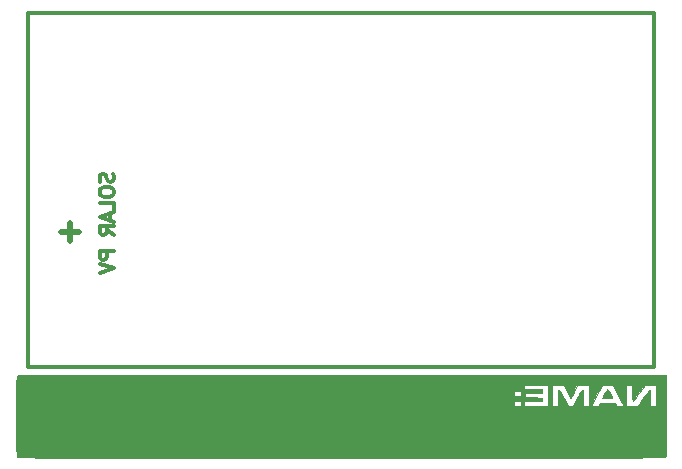
<source format=gbr>
G04 #@! TF.GenerationSoftware,KiCad,Pcbnew,(5.1.0)-1*
G04 #@! TF.CreationDate,2020-04-16T11:46:00+01:00*
G04 #@! TF.ProjectId,SolarSoilSensor,536f6c61-7253-46f6-996c-53656e736f72,rev?*
G04 #@! TF.SameCoordinates,PX5faea10PY77e7cd0*
G04 #@! TF.FileFunction,Legend,Bot*
G04 #@! TF.FilePolarity,Positive*
%FSLAX46Y46*%
G04 Gerber Fmt 4.6, Leading zero omitted, Abs format (unit mm)*
G04 Created by KiCad (PCBNEW (5.1.0)-1) date 2020-04-16 11:46:00*
%MOMM*%
%LPD*%
G04 APERTURE LIST*
%ADD10C,0.300000*%
%ADD11C,0.010000*%
%ADD12C,0.500000*%
G04 APERTURE END LIST*
D10*
X59015000Y39370000D02*
X59015000Y9370000D01*
X6015000Y39370000D02*
X6015000Y9370000D01*
X6015000Y39370000D02*
X59015000Y39370000D01*
X59015000Y9370000D02*
X6015000Y9370000D01*
D11*
G36*
X55085863Y7452348D02*
G01*
X55173728Y7334701D01*
X55276750Y7157208D01*
X55356949Y7003223D01*
X55418739Y6875387D01*
X55452832Y6793333D01*
X55456667Y6776802D01*
X55415117Y6753251D01*
X55292874Y6737945D01*
X55093546Y6731273D01*
X55033334Y6731000D01*
X54830851Y6735148D01*
X54688640Y6746903D01*
X54616785Y6765236D01*
X54610000Y6774273D01*
X54627988Y6829374D01*
X54676072Y6939884D01*
X54745435Y7086017D01*
X54779806Y7155273D01*
X54883624Y7345513D01*
X54964571Y7457094D01*
X55023223Y7492406D01*
X55085863Y7452348D01*
X55085863Y7452348D01*
G37*
X55085863Y7452348D02*
X55173728Y7334701D01*
X55276750Y7157208D01*
X55356949Y7003223D01*
X55418739Y6875387D01*
X55452832Y6793333D01*
X55456667Y6776802D01*
X55415117Y6753251D01*
X55292874Y6737945D01*
X55093546Y6731273D01*
X55033334Y6731000D01*
X54830851Y6735148D01*
X54688640Y6746903D01*
X54616785Y6765236D01*
X54610000Y6774273D01*
X54627988Y6829374D01*
X54676072Y6939884D01*
X54745435Y7086017D01*
X54779806Y7155273D01*
X54883624Y7345513D01*
X54964571Y7457094D01*
X55023223Y7492406D01*
X55085863Y7452348D01*
G36*
X60018813Y5267079D02*
G01*
X60016729Y4645822D01*
X60014720Y4103728D01*
X60012639Y3635293D01*
X60010341Y3235013D01*
X60007679Y2897383D01*
X60004507Y2616900D01*
X60000677Y2388061D01*
X59996044Y2205361D01*
X59990461Y2063296D01*
X59983782Y1956362D01*
X59975860Y1879057D01*
X59966549Y1825875D01*
X59955702Y1791313D01*
X59943173Y1769867D01*
X59928816Y1756033D01*
X59925326Y1753412D01*
X59911328Y1749355D01*
X59879463Y1745480D01*
X59827895Y1741784D01*
X59754789Y1738261D01*
X59658311Y1734908D01*
X59536626Y1731722D01*
X59387899Y1728697D01*
X59210296Y1725830D01*
X59001981Y1723117D01*
X58761120Y1720554D01*
X58485878Y1718137D01*
X58174420Y1715862D01*
X57824912Y1713724D01*
X57435519Y1711721D01*
X57004406Y1709847D01*
X56529737Y1708099D01*
X56009679Y1706473D01*
X55442397Y1704965D01*
X54826056Y1703570D01*
X54158821Y1702285D01*
X53438856Y1701106D01*
X52664329Y1700028D01*
X51833403Y1699048D01*
X50944244Y1698162D01*
X49995018Y1697366D01*
X48983888Y1696655D01*
X47909022Y1696025D01*
X46768583Y1695474D01*
X45560737Y1694996D01*
X44283649Y1694587D01*
X42935486Y1694244D01*
X41514410Y1693962D01*
X40018589Y1693738D01*
X38446187Y1693568D01*
X36795369Y1693446D01*
X35064301Y1693371D01*
X33251148Y1693337D01*
X32489303Y1693333D01*
X30666282Y1693339D01*
X28926003Y1693358D01*
X27266540Y1693396D01*
X25685971Y1693460D01*
X24182370Y1693553D01*
X22753812Y1693682D01*
X21398373Y1693853D01*
X20114128Y1694070D01*
X18899153Y1694339D01*
X17751523Y1694665D01*
X16669313Y1695054D01*
X15650599Y1695511D01*
X14693455Y1696043D01*
X13795958Y1696653D01*
X12956183Y1697348D01*
X12172205Y1698133D01*
X11442099Y1699013D01*
X10763941Y1699994D01*
X10135807Y1701082D01*
X9555770Y1702281D01*
X9021908Y1703598D01*
X8532295Y1705037D01*
X8085006Y1706604D01*
X7678118Y1708304D01*
X7309705Y1710144D01*
X6977842Y1712128D01*
X6680606Y1714262D01*
X6416071Y1716550D01*
X6182313Y1719000D01*
X5977407Y1721616D01*
X5799428Y1724403D01*
X5646452Y1727367D01*
X5516555Y1730513D01*
X5407811Y1733847D01*
X5318296Y1737375D01*
X5246085Y1741101D01*
X5189254Y1745031D01*
X5145878Y1749171D01*
X5114033Y1753526D01*
X5091793Y1758101D01*
X5077234Y1762902D01*
X5068432Y1767935D01*
X5065395Y1770750D01*
X5052572Y1790300D01*
X5041402Y1822395D01*
X5031774Y1872575D01*
X5023574Y1946381D01*
X5016690Y2049352D01*
X5011008Y2187028D01*
X5006417Y2364951D01*
X5002803Y2588660D01*
X5000054Y2863695D01*
X4998057Y3195598D01*
X4996699Y3589907D01*
X4995867Y4052163D01*
X4995450Y4587907D01*
X4995334Y5202679D01*
X4995334Y5214356D01*
X4995405Y5827951D01*
X4995704Y6362462D01*
X4995926Y6519333D01*
X47159334Y6519333D01*
X47159334Y6053667D01*
X47709667Y6053667D01*
X47709667Y6477000D01*
X47963667Y6477000D01*
X47963667Y6053667D01*
X50038000Y6053667D01*
X50334334Y6053667D01*
X50842334Y6053667D01*
X50842334Y6752167D01*
X50843008Y7010937D01*
X50845877Y7196902D01*
X50852208Y7321915D01*
X50863268Y7397833D01*
X50880324Y7436510D01*
X50904645Y7449802D01*
X50917012Y7450667D01*
X50958107Y7426181D01*
X51018067Y7348574D01*
X51100662Y7211626D01*
X51209659Y7009115D01*
X51340181Y6752167D01*
X51688671Y6053667D01*
X52134691Y6053667D01*
X52483181Y6752167D01*
X52619495Y7018463D01*
X52732951Y7225741D01*
X52820395Y7368654D01*
X52878673Y7441859D01*
X52895336Y7450667D01*
X52919229Y7439683D01*
X52936436Y7399204D01*
X52947986Y7317935D01*
X52954909Y7184585D01*
X52958234Y6987859D01*
X52959000Y6752167D01*
X52959000Y6053667D01*
X53509334Y6053667D01*
X53629948Y6053667D01*
X54230370Y6053667D01*
X54301026Y6201833D01*
X54371681Y6350000D01*
X55694986Y6350000D01*
X55765641Y6201833D01*
X55836297Y6053667D01*
X56431938Y6053667D01*
X56132731Y6614583D01*
X56008491Y6848796D01*
X55880899Y7091553D01*
X55763607Y7316747D01*
X55670265Y7498269D01*
X55656828Y7524750D01*
X55480132Y7874000D01*
X56642000Y7874000D01*
X56642000Y6053667D01*
X57118250Y6055104D01*
X57594500Y6056540D01*
X58080253Y6753604D01*
X58230787Y6965924D01*
X58367767Y7152179D01*
X58483058Y7301861D01*
X58568526Y7404466D01*
X58616036Y7449488D01*
X58620003Y7450667D01*
X58640969Y7431117D01*
X58656121Y7366197D01*
X58666185Y7246505D01*
X58671888Y7062635D01*
X58673957Y6805185D01*
X58674000Y6752167D01*
X58674000Y6053667D01*
X59182000Y6053667D01*
X59182000Y7874000D01*
X58216941Y7874000D01*
X57734012Y7188820D01*
X57583289Y6977634D01*
X57446611Y6791133D01*
X57332224Y6640166D01*
X57248372Y6535585D01*
X57203303Y6488240D01*
X57200542Y6486792D01*
X57180768Y6502785D01*
X57166419Y6571244D01*
X57156904Y6700204D01*
X57151628Y6897700D01*
X57150000Y7171767D01*
X57150000Y7874000D01*
X56642000Y7874000D01*
X55480132Y7874000D01*
X54588834Y7873166D01*
X54393336Y7503166D01*
X54296694Y7320082D01*
X54175704Y7090603D01*
X54045408Y6843275D01*
X53920853Y6606646D01*
X53913893Y6593417D01*
X53629948Y6053667D01*
X53509334Y6053667D01*
X53509334Y7874000D01*
X52990750Y7872931D01*
X52472167Y7871862D01*
X52212678Y7299098D01*
X52119424Y7097607D01*
X52036261Y6926012D01*
X51970147Y6798058D01*
X51928037Y6727492D01*
X51918632Y6718084D01*
X51889668Y6751440D01*
X51832928Y6848807D01*
X51755445Y6997019D01*
X51664250Y7182907D01*
X51617819Y7281333D01*
X51351562Y7852833D01*
X50842948Y7864720D01*
X50334334Y7876606D01*
X50334334Y6053667D01*
X50038000Y6053667D01*
X50038000Y7874000D01*
X48006000Y7874000D01*
X48006000Y7493000D01*
X49530000Y7493000D01*
X49530000Y7196667D01*
X48090667Y7196667D01*
X48090667Y6817714D01*
X48799750Y6806107D01*
X49508834Y6794500D01*
X49521972Y6635750D01*
X49535111Y6477000D01*
X47963667Y6477000D01*
X47709667Y6477000D01*
X47709667Y6519333D01*
X47159334Y6519333D01*
X4995926Y6519333D01*
X4996357Y6823472D01*
X4997488Y7216565D01*
X4998272Y7366000D01*
X47159334Y7366000D01*
X47159334Y6900333D01*
X47709667Y6900333D01*
X47709667Y7366000D01*
X47159334Y7366000D01*
X4998272Y7366000D01*
X4999224Y7547323D01*
X5001690Y7821329D01*
X5005012Y8044166D01*
X5009317Y8221417D01*
X5014729Y8358665D01*
X5021375Y8461492D01*
X5029381Y8535482D01*
X5038871Y8586218D01*
X5049973Y8619283D01*
X5062811Y8640259D01*
X5072750Y8650606D01*
X5081773Y8655280D01*
X5099548Y8659742D01*
X5127980Y8663998D01*
X5168978Y8668052D01*
X5224448Y8671910D01*
X5296296Y8675576D01*
X5386431Y8679054D01*
X5496758Y8682350D01*
X5629185Y8685469D01*
X5785618Y8688415D01*
X5967966Y8691194D01*
X6178133Y8693810D01*
X6418028Y8696268D01*
X6689557Y8698573D01*
X6994627Y8700729D01*
X7335146Y8702742D01*
X7713019Y8704617D01*
X8130155Y8706358D01*
X8588459Y8707970D01*
X9089839Y8709458D01*
X9636202Y8710827D01*
X10229454Y8712081D01*
X10871503Y8713227D01*
X11564255Y8714267D01*
X12309618Y8715208D01*
X13109498Y8716054D01*
X13965802Y8716811D01*
X14880437Y8717482D01*
X15855311Y8718072D01*
X16892329Y8718588D01*
X17993399Y8719032D01*
X19160429Y8719411D01*
X20395323Y8719730D01*
X21699991Y8719992D01*
X23076338Y8720203D01*
X24526271Y8720367D01*
X26051698Y8720491D01*
X27654525Y8720577D01*
X29336659Y8720632D01*
X31100008Y8720660D01*
X32590146Y8720667D01*
X60030126Y8720667D01*
X60018813Y5267079D01*
X60018813Y5267079D01*
G37*
X60018813Y5267079D02*
X60016729Y4645822D01*
X60014720Y4103728D01*
X60012639Y3635293D01*
X60010341Y3235013D01*
X60007679Y2897383D01*
X60004507Y2616900D01*
X60000677Y2388061D01*
X59996044Y2205361D01*
X59990461Y2063296D01*
X59983782Y1956362D01*
X59975860Y1879057D01*
X59966549Y1825875D01*
X59955702Y1791313D01*
X59943173Y1769867D01*
X59928816Y1756033D01*
X59925326Y1753412D01*
X59911328Y1749355D01*
X59879463Y1745480D01*
X59827895Y1741784D01*
X59754789Y1738261D01*
X59658311Y1734908D01*
X59536626Y1731722D01*
X59387899Y1728697D01*
X59210296Y1725830D01*
X59001981Y1723117D01*
X58761120Y1720554D01*
X58485878Y1718137D01*
X58174420Y1715862D01*
X57824912Y1713724D01*
X57435519Y1711721D01*
X57004406Y1709847D01*
X56529737Y1708099D01*
X56009679Y1706473D01*
X55442397Y1704965D01*
X54826056Y1703570D01*
X54158821Y1702285D01*
X53438856Y1701106D01*
X52664329Y1700028D01*
X51833403Y1699048D01*
X50944244Y1698162D01*
X49995018Y1697366D01*
X48983888Y1696655D01*
X47909022Y1696025D01*
X46768583Y1695474D01*
X45560737Y1694996D01*
X44283649Y1694587D01*
X42935486Y1694244D01*
X41514410Y1693962D01*
X40018589Y1693738D01*
X38446187Y1693568D01*
X36795369Y1693446D01*
X35064301Y1693371D01*
X33251148Y1693337D01*
X32489303Y1693333D01*
X30666282Y1693339D01*
X28926003Y1693358D01*
X27266540Y1693396D01*
X25685971Y1693460D01*
X24182370Y1693553D01*
X22753812Y1693682D01*
X21398373Y1693853D01*
X20114128Y1694070D01*
X18899153Y1694339D01*
X17751523Y1694665D01*
X16669313Y1695054D01*
X15650599Y1695511D01*
X14693455Y1696043D01*
X13795958Y1696653D01*
X12956183Y1697348D01*
X12172205Y1698133D01*
X11442099Y1699013D01*
X10763941Y1699994D01*
X10135807Y1701082D01*
X9555770Y1702281D01*
X9021908Y1703598D01*
X8532295Y1705037D01*
X8085006Y1706604D01*
X7678118Y1708304D01*
X7309705Y1710144D01*
X6977842Y1712128D01*
X6680606Y1714262D01*
X6416071Y1716550D01*
X6182313Y1719000D01*
X5977407Y1721616D01*
X5799428Y1724403D01*
X5646452Y1727367D01*
X5516555Y1730513D01*
X5407811Y1733847D01*
X5318296Y1737375D01*
X5246085Y1741101D01*
X5189254Y1745031D01*
X5145878Y1749171D01*
X5114033Y1753526D01*
X5091793Y1758101D01*
X5077234Y1762902D01*
X5068432Y1767935D01*
X5065395Y1770750D01*
X5052572Y1790300D01*
X5041402Y1822395D01*
X5031774Y1872575D01*
X5023574Y1946381D01*
X5016690Y2049352D01*
X5011008Y2187028D01*
X5006417Y2364951D01*
X5002803Y2588660D01*
X5000054Y2863695D01*
X4998057Y3195598D01*
X4996699Y3589907D01*
X4995867Y4052163D01*
X4995450Y4587907D01*
X4995334Y5202679D01*
X4995334Y5214356D01*
X4995405Y5827951D01*
X4995704Y6362462D01*
X4995926Y6519333D01*
X47159334Y6519333D01*
X47159334Y6053667D01*
X47709667Y6053667D01*
X47709667Y6477000D01*
X47963667Y6477000D01*
X47963667Y6053667D01*
X50038000Y6053667D01*
X50334334Y6053667D01*
X50842334Y6053667D01*
X50842334Y6752167D01*
X50843008Y7010937D01*
X50845877Y7196902D01*
X50852208Y7321915D01*
X50863268Y7397833D01*
X50880324Y7436510D01*
X50904645Y7449802D01*
X50917012Y7450667D01*
X50958107Y7426181D01*
X51018067Y7348574D01*
X51100662Y7211626D01*
X51209659Y7009115D01*
X51340181Y6752167D01*
X51688671Y6053667D01*
X52134691Y6053667D01*
X52483181Y6752167D01*
X52619495Y7018463D01*
X52732951Y7225741D01*
X52820395Y7368654D01*
X52878673Y7441859D01*
X52895336Y7450667D01*
X52919229Y7439683D01*
X52936436Y7399204D01*
X52947986Y7317935D01*
X52954909Y7184585D01*
X52958234Y6987859D01*
X52959000Y6752167D01*
X52959000Y6053667D01*
X53509334Y6053667D01*
X53629948Y6053667D01*
X54230370Y6053667D01*
X54301026Y6201833D01*
X54371681Y6350000D01*
X55694986Y6350000D01*
X55765641Y6201833D01*
X55836297Y6053667D01*
X56431938Y6053667D01*
X56132731Y6614583D01*
X56008491Y6848796D01*
X55880899Y7091553D01*
X55763607Y7316747D01*
X55670265Y7498269D01*
X55656828Y7524750D01*
X55480132Y7874000D01*
X56642000Y7874000D01*
X56642000Y6053667D01*
X57118250Y6055104D01*
X57594500Y6056540D01*
X58080253Y6753604D01*
X58230787Y6965924D01*
X58367767Y7152179D01*
X58483058Y7301861D01*
X58568526Y7404466D01*
X58616036Y7449488D01*
X58620003Y7450667D01*
X58640969Y7431117D01*
X58656121Y7366197D01*
X58666185Y7246505D01*
X58671888Y7062635D01*
X58673957Y6805185D01*
X58674000Y6752167D01*
X58674000Y6053667D01*
X59182000Y6053667D01*
X59182000Y7874000D01*
X58216941Y7874000D01*
X57734012Y7188820D01*
X57583289Y6977634D01*
X57446611Y6791133D01*
X57332224Y6640166D01*
X57248372Y6535585D01*
X57203303Y6488240D01*
X57200542Y6486792D01*
X57180768Y6502785D01*
X57166419Y6571244D01*
X57156904Y6700204D01*
X57151628Y6897700D01*
X57150000Y7171767D01*
X57150000Y7874000D01*
X56642000Y7874000D01*
X55480132Y7874000D01*
X54588834Y7873166D01*
X54393336Y7503166D01*
X54296694Y7320082D01*
X54175704Y7090603D01*
X54045408Y6843275D01*
X53920853Y6606646D01*
X53913893Y6593417D01*
X53629948Y6053667D01*
X53509334Y6053667D01*
X53509334Y7874000D01*
X52990750Y7872931D01*
X52472167Y7871862D01*
X52212678Y7299098D01*
X52119424Y7097607D01*
X52036261Y6926012D01*
X51970147Y6798058D01*
X51928037Y6727492D01*
X51918632Y6718084D01*
X51889668Y6751440D01*
X51832928Y6848807D01*
X51755445Y6997019D01*
X51664250Y7182907D01*
X51617819Y7281333D01*
X51351562Y7852833D01*
X50842948Y7864720D01*
X50334334Y7876606D01*
X50334334Y6053667D01*
X50038000Y6053667D01*
X50038000Y7874000D01*
X48006000Y7874000D01*
X48006000Y7493000D01*
X49530000Y7493000D01*
X49530000Y7196667D01*
X48090667Y7196667D01*
X48090667Y6817714D01*
X48799750Y6806107D01*
X49508834Y6794500D01*
X49521972Y6635750D01*
X49535111Y6477000D01*
X47963667Y6477000D01*
X47709667Y6477000D01*
X47709667Y6519333D01*
X47159334Y6519333D01*
X4995926Y6519333D01*
X4996357Y6823472D01*
X4997488Y7216565D01*
X4998272Y7366000D01*
X47159334Y7366000D01*
X47159334Y6900333D01*
X47709667Y6900333D01*
X47709667Y7366000D01*
X47159334Y7366000D01*
X4998272Y7366000D01*
X4999224Y7547323D01*
X5001690Y7821329D01*
X5005012Y8044166D01*
X5009317Y8221417D01*
X5014729Y8358665D01*
X5021375Y8461492D01*
X5029381Y8535482D01*
X5038871Y8586218D01*
X5049973Y8619283D01*
X5062811Y8640259D01*
X5072750Y8650606D01*
X5081773Y8655280D01*
X5099548Y8659742D01*
X5127980Y8663998D01*
X5168978Y8668052D01*
X5224448Y8671910D01*
X5296296Y8675576D01*
X5386431Y8679054D01*
X5496758Y8682350D01*
X5629185Y8685469D01*
X5785618Y8688415D01*
X5967966Y8691194D01*
X6178133Y8693810D01*
X6418028Y8696268D01*
X6689557Y8698573D01*
X6994627Y8700729D01*
X7335146Y8702742D01*
X7713019Y8704617D01*
X8130155Y8706358D01*
X8588459Y8707970D01*
X9089839Y8709458D01*
X9636202Y8710827D01*
X10229454Y8712081D01*
X10871503Y8713227D01*
X11564255Y8714267D01*
X12309618Y8715208D01*
X13109498Y8716054D01*
X13965802Y8716811D01*
X14880437Y8717482D01*
X15855311Y8718072D01*
X16892329Y8718588D01*
X17993399Y8719032D01*
X19160429Y8719411D01*
X20395323Y8719730D01*
X21699991Y8719992D01*
X23076338Y8720203D01*
X24526271Y8720367D01*
X26051698Y8720491D01*
X27654525Y8720577D01*
X29336659Y8720632D01*
X31100008Y8720660D01*
X32590146Y8720667D01*
X60030126Y8720667D01*
X60018813Y5267079D01*
D10*
X13185714Y25732858D02*
X13242857Y25561429D01*
X13242857Y25275715D01*
X13185714Y25161429D01*
X13128571Y25104286D01*
X13014285Y25047143D01*
X12900000Y25047143D01*
X12785714Y25104286D01*
X12728571Y25161429D01*
X12671428Y25275715D01*
X12614285Y25504286D01*
X12557142Y25618572D01*
X12500000Y25675715D01*
X12385714Y25732858D01*
X12271428Y25732858D01*
X12157142Y25675715D01*
X12100000Y25618572D01*
X12042857Y25504286D01*
X12042857Y25218572D01*
X12100000Y25047143D01*
X12042857Y24304286D02*
X12042857Y24075715D01*
X12100000Y23961429D01*
X12214285Y23847143D01*
X12442857Y23790000D01*
X12842857Y23790000D01*
X13071428Y23847143D01*
X13185714Y23961429D01*
X13242857Y24075715D01*
X13242857Y24304286D01*
X13185714Y24418572D01*
X13071428Y24532858D01*
X12842857Y24590000D01*
X12442857Y24590000D01*
X12214285Y24532858D01*
X12100000Y24418572D01*
X12042857Y24304286D01*
X13242857Y22704286D02*
X13242857Y23275715D01*
X12042857Y23275715D01*
X12900000Y22361429D02*
X12900000Y21790000D01*
X13242857Y22475715D02*
X12042857Y22075715D01*
X13242857Y21675715D01*
X13242857Y20590000D02*
X12671428Y20990000D01*
X13242857Y21275715D02*
X12042857Y21275715D01*
X12042857Y20818572D01*
X12100000Y20704286D01*
X12157142Y20647143D01*
X12271428Y20590000D01*
X12442857Y20590000D01*
X12557142Y20647143D01*
X12614285Y20704286D01*
X12671428Y20818572D01*
X12671428Y21275715D01*
X13242857Y19161429D02*
X12042857Y19161429D01*
X12042857Y18704286D01*
X12100000Y18590000D01*
X12157142Y18532858D01*
X12271428Y18475715D01*
X12442857Y18475715D01*
X12557142Y18532858D01*
X12614285Y18590000D01*
X12671428Y18704286D01*
X12671428Y19161429D01*
X12042857Y18132858D02*
X13242857Y17732858D01*
X12042857Y17332858D01*
D12*
X10286904Y20812143D02*
X8763095Y20812143D01*
X9525000Y20050239D02*
X9525000Y21574048D01*
M02*

</source>
